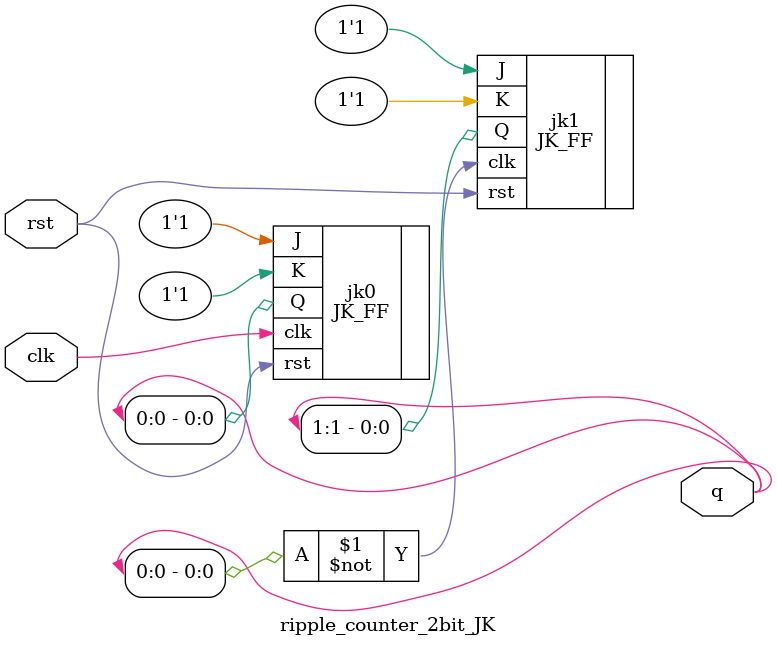
<source format=v>
module ripple_counter_2bit_JK (
    input clk,
    input rst,
    output [1:0] q
);
    JK_FF jk0 (.clk(clk),  .rst(rst), .J(1'b1), .K(1'b1), .Q(q[0]));
    JK_FF jk1 (.clk(~q[0]), .rst(rst), .J(1'b1), .K(1'b1), .Q(q[1]));
endmodule

</source>
